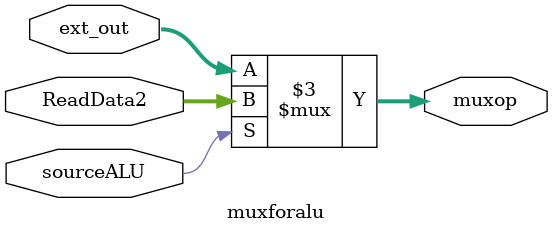
<source format=v>
`timescale 1ns / 1ps

module muxforalu(
    input [7:0] ReadData2,
    input [7:0] ext_out,
    input sourceALU,
    output reg [7:0] muxop
);

  always @ (*)
   muxop = (sourceALU == 1) ? ReadData2 : ext_out;
   
  always @*
        $display("%b from muxfroalu",muxop);

   
endmodule


</source>
